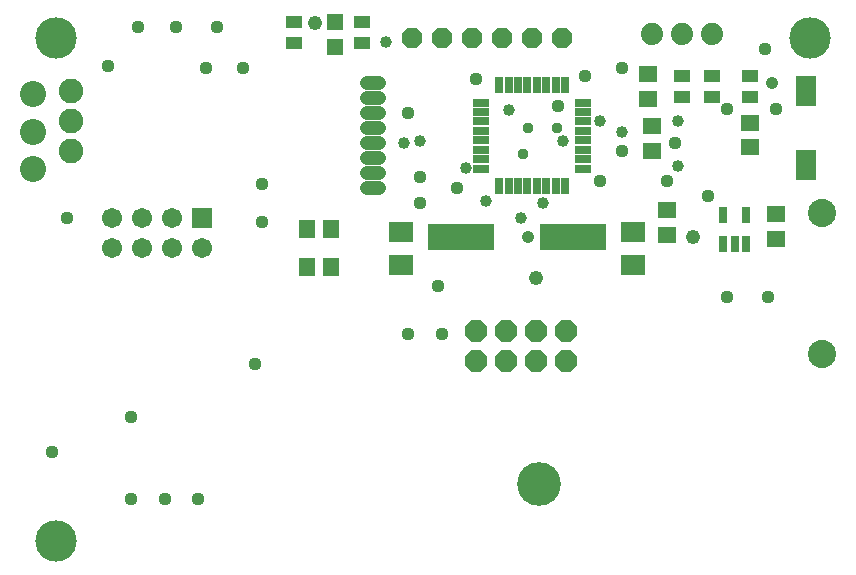
<source format=gbr>
G04 EAGLE Gerber RS-274X export*
G75*
%MOMM*%
%FSLAX34Y34*%
%LPD*%
%INSoldermask Top*%
%IPPOS*%
%AMOC8*
5,1,8,0,0,1.08239X$1,22.5*%
G01*
%ADD10C,2.203200*%
%ADD11R,1.711200X1.711200*%
%ADD12C,1.711200*%
%ADD13C,2.082800*%
%ADD14P,1.869504X8X292.500000*%
%ADD15C,3.505200*%
%ADD16C,1.219200*%
%ADD17R,0.762000X1.473200*%
%ADD18R,1.473200X0.762000*%
%ADD19R,1.803200X2.503200*%
%ADD20R,2.003200X1.803200*%
%ADD21R,1.403200X1.003200*%
%ADD22C,1.879600*%
%ADD23R,1.553200X1.403200*%
%ADD24R,1.403200X1.553200*%
%ADD25P,2.034460X8X202.500000*%
%ADD26R,1.403200X1.403200*%
%ADD27R,0.803200X1.403200*%
%ADD28R,5.703200X2.203200*%
%ADD29C,2.387600*%
%ADD30C,3.703200*%
%ADD31C,1.109600*%
%ADD32C,1.009600*%
%ADD33C,0.959600*%
%ADD34C,1.059600*%
%ADD35C,1.219200*%


D10*
X15875Y339725D03*
X15875Y371475D03*
X15875Y403225D03*
D11*
X158750Y298450D03*
D12*
X82550Y273050D03*
X107950Y273050D03*
X133350Y273050D03*
X158750Y273050D03*
X133350Y298450D03*
X107950Y298450D03*
X82550Y298450D03*
D13*
X47625Y406400D03*
X47625Y381000D03*
X47625Y355600D03*
D14*
X463550Y450850D03*
X438150Y450850D03*
X412750Y450850D03*
X387350Y450850D03*
X361950Y450850D03*
X336550Y450850D03*
D15*
X34925Y25400D03*
X34925Y450850D03*
X673100Y450850D03*
D16*
X308610Y412750D02*
X298450Y412750D01*
X298450Y400050D02*
X308610Y400050D01*
X308610Y387350D02*
X298450Y387350D01*
X298450Y374650D02*
X308610Y374650D01*
X308610Y361950D02*
X298450Y361950D01*
X298450Y349250D02*
X308610Y349250D01*
X308610Y336550D02*
X298450Y336550D01*
X298450Y323850D02*
X308610Y323850D01*
D17*
X466150Y411226D03*
X458150Y411226D03*
X450150Y411226D03*
X442150Y411226D03*
X434150Y411226D03*
X426150Y411226D03*
X418150Y411226D03*
X410150Y411226D03*
D18*
X395224Y396300D03*
X395224Y388300D03*
X395224Y380300D03*
X395224Y372300D03*
X395224Y364300D03*
X395224Y356300D03*
X395224Y348300D03*
X395224Y340300D03*
D17*
X410150Y325374D03*
X418150Y325374D03*
X426150Y325374D03*
X434150Y325374D03*
X442150Y325374D03*
X450150Y325374D03*
X458150Y325374D03*
X466150Y325374D03*
D18*
X481076Y340300D03*
X481076Y348300D03*
X481076Y356300D03*
X481076Y364300D03*
X481076Y372300D03*
X481076Y380300D03*
X481076Y388300D03*
X481076Y396300D03*
D19*
X669925Y343150D03*
X669925Y406150D03*
D20*
X523875Y259050D03*
X523875Y287050D03*
D21*
X622300Y400575D03*
X622300Y418575D03*
X565150Y400575D03*
X565150Y418575D03*
X590550Y418575D03*
X590550Y400575D03*
X293688Y446613D03*
X293688Y464613D03*
X236538Y446613D03*
X236538Y464613D03*
D20*
X327025Y259050D03*
X327025Y287050D03*
D22*
X565150Y454025D03*
X539750Y454025D03*
X590550Y454025D03*
D23*
X539750Y376125D03*
X539750Y355125D03*
D24*
X268175Y288925D03*
X247175Y288925D03*
D23*
X536575Y420575D03*
X536575Y399575D03*
D24*
X268175Y257175D03*
X247175Y257175D03*
D23*
X622300Y379300D03*
X622300Y358300D03*
D25*
X466725Y203200D03*
X466725Y177800D03*
X441325Y203200D03*
X441325Y177800D03*
X415925Y203200D03*
X415925Y177800D03*
X390525Y203200D03*
X390525Y177800D03*
D26*
X271463Y464525D03*
X271463Y443525D03*
D27*
X600100Y276425D03*
X609600Y276425D03*
X619100Y276425D03*
X619100Y301425D03*
X600100Y301425D03*
D23*
X644525Y281100D03*
X644525Y302100D03*
X552450Y284275D03*
X552450Y305275D03*
D28*
X377950Y282575D03*
X472950Y282575D03*
D29*
X683675Y303175D03*
X683675Y183175D03*
D30*
X443675Y73175D03*
D31*
X358775Y241300D03*
X203200Y174625D03*
D32*
X428625Y298450D03*
X447675Y311150D03*
X314325Y447675D03*
D31*
X482600Y419100D03*
X635000Y441325D03*
X31750Y100013D03*
D33*
X430213Y352425D03*
D31*
X209550Y295275D03*
X209550Y327025D03*
X390525Y415925D03*
D33*
X458788Y374650D03*
X434975Y374650D03*
D31*
X333375Y200025D03*
X44450Y298450D03*
X79375Y427038D03*
X638175Y231775D03*
X514350Y425450D03*
X361950Y200025D03*
X603250Y390525D03*
X603250Y231775D03*
X514350Y355600D03*
X98425Y130175D03*
X155575Y60325D03*
X127000Y60325D03*
X98425Y60325D03*
X342900Y333375D03*
X558800Y361950D03*
X374650Y323850D03*
X333375Y387350D03*
X193675Y425450D03*
X161925Y425450D03*
X342900Y311150D03*
X104775Y460375D03*
X136525Y460375D03*
X171450Y460375D03*
X587375Y317500D03*
X495300Y330200D03*
X552450Y330200D03*
D34*
X641350Y412750D03*
D31*
X644525Y390525D03*
D32*
X399161Y313182D03*
X381762Y340614D03*
D35*
X441325Y247650D03*
D32*
X342900Y363538D03*
D31*
X460375Y393700D03*
D35*
X254000Y463550D03*
D32*
X495300Y381000D03*
X418338Y390271D03*
D34*
X434975Y282575D03*
D32*
X514350Y371475D03*
X561975Y381000D03*
X463931Y363506D03*
X561975Y342900D03*
X329311Y361950D03*
D35*
X574675Y282575D03*
M02*

</source>
